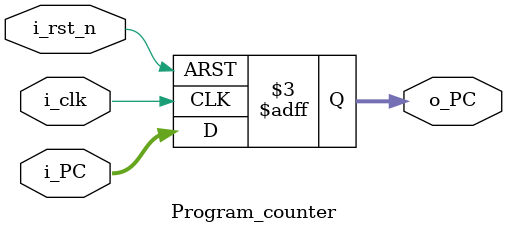
<source format=v>
`timescale 1ns / 1ps

`define WIDTH_PC 32
module Program_counter(
i_clk , 
i_rst_n ,
i_PC , 
o_PC  
);

input i_clk ;
input i_rst_n ;
input [`WIDTH_PC-1:0] i_PC;
output reg [`WIDTH_PC-1:0] o_PC ;

always @(posedge i_clk , negedge i_rst_n)
  begin
     if (~i_rst_n)
        begin
         o_PC <= 32'b0;
         end
      else
         begin
         o_PC = i_PC ;
         end
       end      
endmodule



</source>
